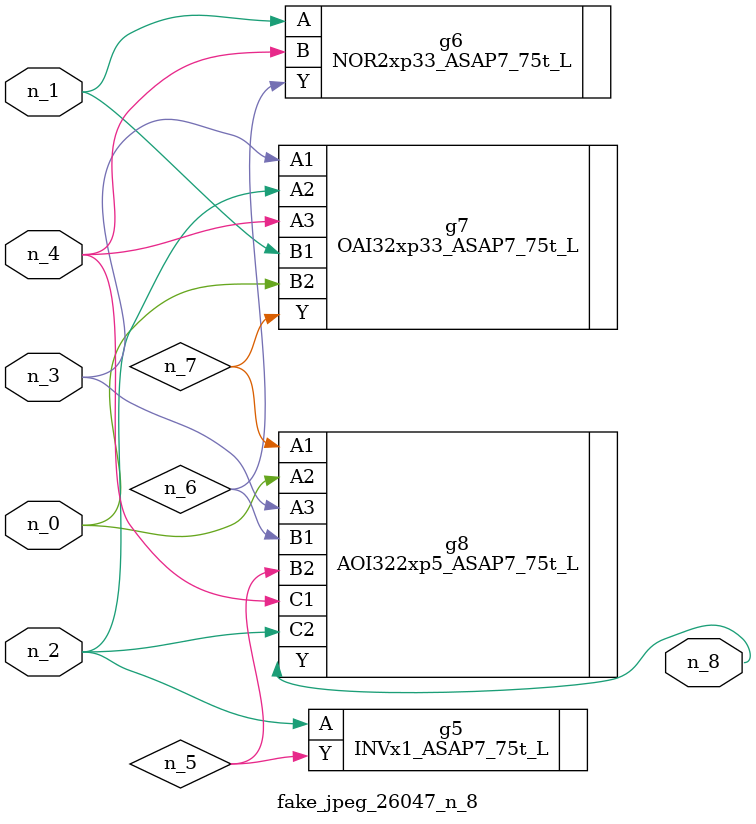
<source format=v>
module fake_jpeg_26047_n_8 (n_3, n_2, n_1, n_0, n_4, n_8);

input n_3;
input n_2;
input n_1;
input n_0;
input n_4;

output n_8;

wire n_6;
wire n_5;
wire n_7;

INVx1_ASAP7_75t_L g5 ( 
.A(n_2),
.Y(n_5)
);

NOR2xp33_ASAP7_75t_L g6 ( 
.A(n_1),
.B(n_4),
.Y(n_6)
);

OAI32xp33_ASAP7_75t_L g7 ( 
.A1(n_3),
.A2(n_2),
.A3(n_4),
.B1(n_1),
.B2(n_0),
.Y(n_7)
);

AOI322xp5_ASAP7_75t_L g8 ( 
.A1(n_7),
.A2(n_0),
.A3(n_3),
.B1(n_6),
.B2(n_5),
.C1(n_4),
.C2(n_2),
.Y(n_8)
);


endmodule
</source>
